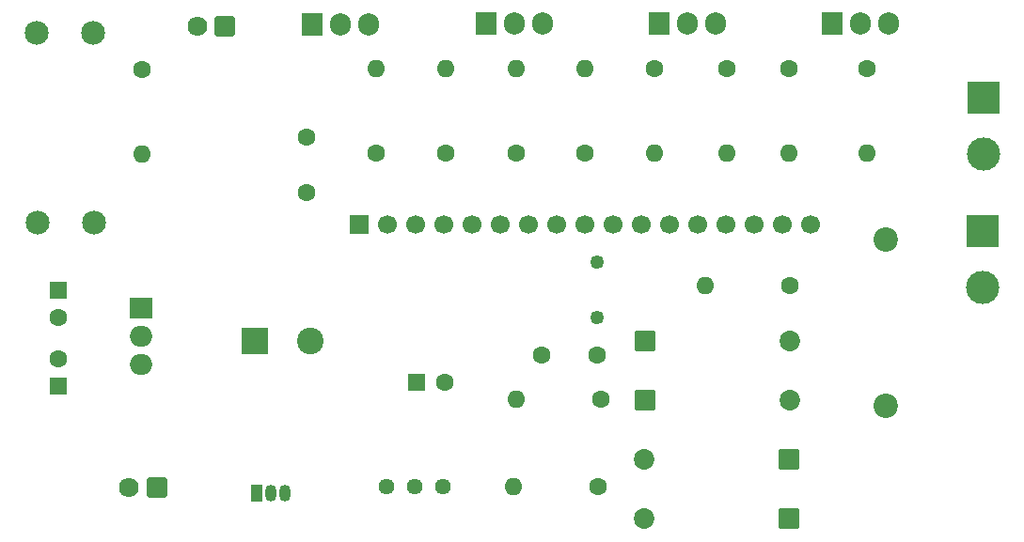
<source format=gbs>
G04 #@! TF.GenerationSoftware,KiCad,Pcbnew,9.0.1*
G04 #@! TF.CreationDate,2025-09-10T18:35:39+05:00*
G04 #@! TF.ProjectId,sine_wave_inverter,73696e65-5f77-4617-9665-5f696e766572,rev?*
G04 #@! TF.SameCoordinates,Original*
G04 #@! TF.FileFunction,Soldermask,Bot*
G04 #@! TF.FilePolarity,Negative*
%FSLAX46Y46*%
G04 Gerber Fmt 4.6, Leading zero omitted, Abs format (unit mm)*
G04 Created by KiCad (PCBNEW 9.0.1) date 2025-09-10 18:35:39*
%MOMM*%
%LPD*%
G01*
G04 APERTURE LIST*
G04 Aperture macros list*
%AMRoundRect*
0 Rectangle with rounded corners*
0 $1 Rounding radius*
0 $2 $3 $4 $5 $6 $7 $8 $9 X,Y pos of 4 corners*
0 Add a 4 corners polygon primitive as box body*
4,1,4,$2,$3,$4,$5,$6,$7,$8,$9,$2,$3,0*
0 Add four circle primitives for the rounded corners*
1,1,$1+$1,$2,$3*
1,1,$1+$1,$4,$5*
1,1,$1+$1,$6,$7*
1,1,$1+$1,$8,$9*
0 Add four rect primitives between the rounded corners*
20,1,$1+$1,$2,$3,$4,$5,0*
20,1,$1+$1,$4,$5,$6,$7,0*
20,1,$1+$1,$6,$7,$8,$9,0*
20,1,$1+$1,$8,$9,$2,$3,0*%
G04 Aperture macros list end*
%ADD10C,2.200000*%
%ADD11C,1.700000*%
%ADD12R,1.700000X1.700000*%
%ADD13C,1.600000*%
%ADD14O,1.600000X1.600000*%
%ADD15R,3.000000X3.000000*%
%ADD16C,3.000000*%
%ADD17R,1.905000X2.000000*%
%ADD18O,1.905000X2.000000*%
%ADD19R,2.000000X1.905000*%
%ADD20O,2.000000X1.905000*%
%ADD21C,2.154000*%
%ADD22RoundRect,0.102000X-0.787500X-0.787500X0.787500X-0.787500X0.787500X0.787500X-0.787500X0.787500X0*%
%ADD23C,1.779000*%
%ADD24C,1.854000*%
%ADD25RoundRect,0.102000X0.825000X0.825000X-0.825000X0.825000X-0.825000X-0.825000X0.825000X-0.825000X0*%
%ADD26R,1.600000X1.600000*%
%ADD27R,2.400000X2.400000*%
%ADD28C,2.400000*%
%ADD29RoundRect,0.102000X-0.825000X-0.825000X0.825000X-0.825000X0.825000X0.825000X-0.825000X0.825000X0*%
%ADD30C,1.440000*%
%ADD31R,1.050000X1.500000*%
%ADD32O,1.050000X1.500000*%
%ADD33C,1.254000*%
G04 APERTURE END LIST*
D10*
X133130000Y-104800000D03*
X133130000Y-89800000D03*
D11*
X126400000Y-88420000D03*
X123860000Y-88420000D03*
X121320000Y-88420000D03*
X118780000Y-88420000D03*
X116240000Y-88420000D03*
X113700000Y-88420000D03*
X111160000Y-88420000D03*
X108620000Y-88420000D03*
X106080000Y-88420000D03*
X103540000Y-88420000D03*
X101000000Y-88420000D03*
X98460000Y-88420000D03*
X95920000Y-88420000D03*
X93380000Y-88420000D03*
X90840000Y-88420000D03*
X88300000Y-88420000D03*
D12*
X85760000Y-88420000D03*
D13*
X102110000Y-100170000D03*
X107110000Y-100170000D03*
X99824444Y-81970000D03*
D14*
X99824444Y-74350000D03*
D15*
X141870000Y-88990000D03*
D16*
X141870000Y-94070000D03*
D13*
X112310000Y-74350000D03*
D14*
X112310000Y-81970000D03*
D17*
X112704000Y-70310000D03*
D18*
X115244000Y-70310000D03*
X117784000Y-70310000D03*
D17*
X81512000Y-70440000D03*
D18*
X84052000Y-70440000D03*
X86592000Y-70440000D03*
D17*
X97108000Y-70310000D03*
D18*
X99648000Y-70310000D03*
X102188000Y-70310000D03*
D13*
X124505000Y-93910000D03*
D14*
X116885000Y-93910000D03*
D13*
X93544444Y-81970000D03*
D14*
X93544444Y-74350000D03*
D19*
X66056041Y-95990000D03*
D20*
X66056041Y-98530000D03*
X66056041Y-101070000D03*
D21*
X56730000Y-88260000D03*
X61810000Y-88260000D03*
D22*
X73637500Y-70575000D03*
D23*
X71137500Y-70575000D03*
D13*
X106080000Y-81970000D03*
D14*
X106080000Y-74350000D03*
D13*
X107210000Y-112090000D03*
D14*
X99590000Y-112090000D03*
D13*
X66140000Y-74430000D03*
D14*
X66140000Y-82050000D03*
D24*
X111380000Y-114960000D03*
D25*
X124380000Y-114960000D03*
D15*
X141900000Y-77040000D03*
D16*
X141900000Y-82120000D03*
D24*
X111380000Y-109626667D03*
D25*
X124380000Y-109626667D03*
D22*
X67480000Y-112100000D03*
D23*
X64980000Y-112100000D03*
D26*
X90914888Y-102690000D03*
D13*
X93414888Y-102690000D03*
X107520000Y-104200000D03*
D14*
X99900000Y-104200000D03*
D21*
X56650000Y-71180000D03*
X61730000Y-71180000D03*
D13*
X118840000Y-74350000D03*
D14*
X118840000Y-81970000D03*
D26*
X58606041Y-103025113D03*
D13*
X58606041Y-100525113D03*
D27*
X76286041Y-98950000D03*
D28*
X81286041Y-98950000D03*
D24*
X124480000Y-104233333D03*
D29*
X111480000Y-104233333D03*
D26*
X58606041Y-94344888D03*
D13*
X58606041Y-96844888D03*
X80950000Y-80530000D03*
X80950000Y-85530000D03*
D24*
X124480000Y-98900000D03*
D29*
X111480000Y-98900000D03*
D30*
X93250000Y-112030000D03*
X90710000Y-112030000D03*
X88170000Y-112030000D03*
D13*
X87264444Y-81970000D03*
D14*
X87264444Y-74350000D03*
D13*
X124430000Y-74350000D03*
D14*
X124430000Y-81970000D03*
D13*
X131450000Y-74350000D03*
D14*
X131450000Y-81970000D03*
D31*
X76460000Y-112690000D03*
D32*
X77730000Y-112690000D03*
X79000000Y-112690000D03*
D17*
X128300000Y-70310000D03*
D18*
X130840000Y-70310000D03*
X133380000Y-70310000D03*
D33*
X107120000Y-91820000D03*
X107120000Y-96820000D03*
M02*

</source>
